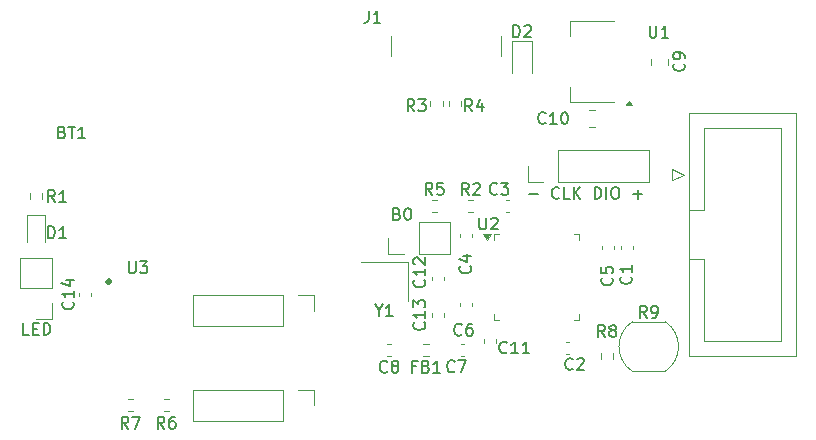
<source format=gbr>
%TF.GenerationSoftware,KiCad,Pcbnew,8.0.3*%
%TF.CreationDate,2024-07-12T13:43:30+12:00*%
%TF.ProjectId,microcontroller,6d696372-6f63-46f6-9e74-726f6c6c6572,0.1.5*%
%TF.SameCoordinates,Original*%
%TF.FileFunction,Legend,Top*%
%TF.FilePolarity,Positive*%
%FSLAX46Y46*%
G04 Gerber Fmt 4.6, Leading zero omitted, Abs format (unit mm)*
G04 Created by KiCad (PCBNEW 8.0.3) date 2024-07-12 13:43:30*
%MOMM*%
%LPD*%
G01*
G04 APERTURE LIST*
%ADD10C,0.153000*%
%ADD11C,0.120000*%
%ADD12C,0.300000*%
G04 APERTURE END LIST*
D10*
X119305942Y-93976663D02*
X118829752Y-93976663D01*
X118829752Y-93976663D02*
X118829752Y-92976663D01*
X119639276Y-93452853D02*
X119972609Y-93452853D01*
X120115466Y-93976663D02*
X119639276Y-93976663D01*
X119639276Y-93976663D02*
X119639276Y-92976663D01*
X119639276Y-92976663D02*
X120115466Y-92976663D01*
X120544038Y-93976663D02*
X120544038Y-92976663D01*
X120544038Y-92976663D02*
X120782133Y-92976663D01*
X120782133Y-92976663D02*
X120924990Y-93024282D01*
X120924990Y-93024282D02*
X121020228Y-93119520D01*
X121020228Y-93119520D02*
X121067847Y-93214758D01*
X121067847Y-93214758D02*
X121115466Y-93405234D01*
X121115466Y-93405234D02*
X121115466Y-93548091D01*
X121115466Y-93548091D02*
X121067847Y-93738567D01*
X121067847Y-93738567D02*
X121020228Y-93833805D01*
X121020228Y-93833805D02*
X120924990Y-93929044D01*
X120924990Y-93929044D02*
X120782133Y-93976663D01*
X120782133Y-93976663D02*
X120544038Y-93976663D01*
X161618752Y-82088710D02*
X162380657Y-82088710D01*
X164190180Y-82374424D02*
X164142561Y-82422044D01*
X164142561Y-82422044D02*
X163999704Y-82469663D01*
X163999704Y-82469663D02*
X163904466Y-82469663D01*
X163904466Y-82469663D02*
X163761609Y-82422044D01*
X163761609Y-82422044D02*
X163666371Y-82326805D01*
X163666371Y-82326805D02*
X163618752Y-82231567D01*
X163618752Y-82231567D02*
X163571133Y-82041091D01*
X163571133Y-82041091D02*
X163571133Y-81898234D01*
X163571133Y-81898234D02*
X163618752Y-81707758D01*
X163618752Y-81707758D02*
X163666371Y-81612520D01*
X163666371Y-81612520D02*
X163761609Y-81517282D01*
X163761609Y-81517282D02*
X163904466Y-81469663D01*
X163904466Y-81469663D02*
X163999704Y-81469663D01*
X163999704Y-81469663D02*
X164142561Y-81517282D01*
X164142561Y-81517282D02*
X164190180Y-81564901D01*
X165094942Y-82469663D02*
X164618752Y-82469663D01*
X164618752Y-82469663D02*
X164618752Y-81469663D01*
X165428276Y-82469663D02*
X165428276Y-81469663D01*
X165999704Y-82469663D02*
X165571133Y-81898234D01*
X165999704Y-81469663D02*
X165428276Y-82041091D01*
X167190181Y-82469663D02*
X167190181Y-81469663D01*
X167190181Y-81469663D02*
X167428276Y-81469663D01*
X167428276Y-81469663D02*
X167571133Y-81517282D01*
X167571133Y-81517282D02*
X167666371Y-81612520D01*
X167666371Y-81612520D02*
X167713990Y-81707758D01*
X167713990Y-81707758D02*
X167761609Y-81898234D01*
X167761609Y-81898234D02*
X167761609Y-82041091D01*
X167761609Y-82041091D02*
X167713990Y-82231567D01*
X167713990Y-82231567D02*
X167666371Y-82326805D01*
X167666371Y-82326805D02*
X167571133Y-82422044D01*
X167571133Y-82422044D02*
X167428276Y-82469663D01*
X167428276Y-82469663D02*
X167190181Y-82469663D01*
X168190181Y-82469663D02*
X168190181Y-81469663D01*
X168856847Y-81469663D02*
X169047323Y-81469663D01*
X169047323Y-81469663D02*
X169142561Y-81517282D01*
X169142561Y-81517282D02*
X169237799Y-81612520D01*
X169237799Y-81612520D02*
X169285418Y-81802996D01*
X169285418Y-81802996D02*
X169285418Y-82136329D01*
X169285418Y-82136329D02*
X169237799Y-82326805D01*
X169237799Y-82326805D02*
X169142561Y-82422044D01*
X169142561Y-82422044D02*
X169047323Y-82469663D01*
X169047323Y-82469663D02*
X168856847Y-82469663D01*
X168856847Y-82469663D02*
X168761609Y-82422044D01*
X168761609Y-82422044D02*
X168666371Y-82326805D01*
X168666371Y-82326805D02*
X168618752Y-82136329D01*
X168618752Y-82136329D02*
X168618752Y-81802996D01*
X168618752Y-81802996D02*
X168666371Y-81612520D01*
X168666371Y-81612520D02*
X168761609Y-81517282D01*
X168761609Y-81517282D02*
X168856847Y-81469663D01*
X170475895Y-82088710D02*
X171237800Y-82088710D01*
X170856847Y-82469663D02*
X170856847Y-81707758D01*
X150472085Y-83745853D02*
X150614942Y-83793472D01*
X150614942Y-83793472D02*
X150662561Y-83841091D01*
X150662561Y-83841091D02*
X150710180Y-83936329D01*
X150710180Y-83936329D02*
X150710180Y-84079186D01*
X150710180Y-84079186D02*
X150662561Y-84174424D01*
X150662561Y-84174424D02*
X150614942Y-84222044D01*
X150614942Y-84222044D02*
X150519704Y-84269663D01*
X150519704Y-84269663D02*
X150138752Y-84269663D01*
X150138752Y-84269663D02*
X150138752Y-83269663D01*
X150138752Y-83269663D02*
X150472085Y-83269663D01*
X150472085Y-83269663D02*
X150567323Y-83317282D01*
X150567323Y-83317282D02*
X150614942Y-83364901D01*
X150614942Y-83364901D02*
X150662561Y-83460139D01*
X150662561Y-83460139D02*
X150662561Y-83555377D01*
X150662561Y-83555377D02*
X150614942Y-83650615D01*
X150614942Y-83650615D02*
X150567323Y-83698234D01*
X150567323Y-83698234D02*
X150472085Y-83745853D01*
X150472085Y-83745853D02*
X150138752Y-83745853D01*
X151329228Y-83269663D02*
X151424466Y-83269663D01*
X151424466Y-83269663D02*
X151519704Y-83317282D01*
X151519704Y-83317282D02*
X151567323Y-83364901D01*
X151567323Y-83364901D02*
X151614942Y-83460139D01*
X151614942Y-83460139D02*
X151662561Y-83650615D01*
X151662561Y-83650615D02*
X151662561Y-83888710D01*
X151662561Y-83888710D02*
X151614942Y-84079186D01*
X151614942Y-84079186D02*
X151567323Y-84174424D01*
X151567323Y-84174424D02*
X151519704Y-84222044D01*
X151519704Y-84222044D02*
X151424466Y-84269663D01*
X151424466Y-84269663D02*
X151329228Y-84269663D01*
X151329228Y-84269663D02*
X151233990Y-84222044D01*
X151233990Y-84222044D02*
X151186371Y-84174424D01*
X151186371Y-84174424D02*
X151138752Y-84079186D01*
X151138752Y-84079186D02*
X151091133Y-83888710D01*
X151091133Y-83888710D02*
X151091133Y-83650615D01*
X151091133Y-83650615D02*
X151138752Y-83460139D01*
X151138752Y-83460139D02*
X151186371Y-83364901D01*
X151186371Y-83364901D02*
X151233990Y-83317282D01*
X151233990Y-83317282D02*
X151329228Y-83269663D01*
X174739424Y-71028666D02*
X174787044Y-71076285D01*
X174787044Y-71076285D02*
X174834663Y-71219142D01*
X174834663Y-71219142D02*
X174834663Y-71314380D01*
X174834663Y-71314380D02*
X174787044Y-71457237D01*
X174787044Y-71457237D02*
X174691805Y-71552475D01*
X174691805Y-71552475D02*
X174596567Y-71600094D01*
X174596567Y-71600094D02*
X174406091Y-71647713D01*
X174406091Y-71647713D02*
X174263234Y-71647713D01*
X174263234Y-71647713D02*
X174072758Y-71600094D01*
X174072758Y-71600094D02*
X173977520Y-71552475D01*
X173977520Y-71552475D02*
X173882282Y-71457237D01*
X173882282Y-71457237D02*
X173834663Y-71314380D01*
X173834663Y-71314380D02*
X173834663Y-71219142D01*
X173834663Y-71219142D02*
X173882282Y-71076285D01*
X173882282Y-71076285D02*
X173929901Y-71028666D01*
X174834663Y-70552475D02*
X174834663Y-70361999D01*
X174834663Y-70361999D02*
X174787044Y-70266761D01*
X174787044Y-70266761D02*
X174739424Y-70219142D01*
X174739424Y-70219142D02*
X174596567Y-70123904D01*
X174596567Y-70123904D02*
X174406091Y-70076285D01*
X174406091Y-70076285D02*
X174025139Y-70076285D01*
X174025139Y-70076285D02*
X173929901Y-70123904D01*
X173929901Y-70123904D02*
X173882282Y-70171523D01*
X173882282Y-70171523D02*
X173834663Y-70266761D01*
X173834663Y-70266761D02*
X173834663Y-70457237D01*
X173834663Y-70457237D02*
X173882282Y-70552475D01*
X173882282Y-70552475D02*
X173929901Y-70600094D01*
X173929901Y-70600094D02*
X174025139Y-70647713D01*
X174025139Y-70647713D02*
X174263234Y-70647713D01*
X174263234Y-70647713D02*
X174358472Y-70600094D01*
X174358472Y-70600094D02*
X174406091Y-70552475D01*
X174406091Y-70552475D02*
X174453710Y-70457237D01*
X174453710Y-70457237D02*
X174453710Y-70266761D01*
X174453710Y-70266761D02*
X174406091Y-70171523D01*
X174406091Y-70171523D02*
X174358472Y-70123904D01*
X174358472Y-70123904D02*
X174263234Y-70076285D01*
X127762095Y-87770463D02*
X127762095Y-88579986D01*
X127762095Y-88579986D02*
X127809714Y-88675224D01*
X127809714Y-88675224D02*
X127857333Y-88722844D01*
X127857333Y-88722844D02*
X127952571Y-88770463D01*
X127952571Y-88770463D02*
X128143047Y-88770463D01*
X128143047Y-88770463D02*
X128238285Y-88722844D01*
X128238285Y-88722844D02*
X128285904Y-88675224D01*
X128285904Y-88675224D02*
X128333523Y-88579986D01*
X128333523Y-88579986D02*
X128333523Y-87770463D01*
X128714476Y-87770463D02*
X129333523Y-87770463D01*
X129333523Y-87770463D02*
X129000190Y-88151415D01*
X129000190Y-88151415D02*
X129143047Y-88151415D01*
X129143047Y-88151415D02*
X129238285Y-88199034D01*
X129238285Y-88199034D02*
X129285904Y-88246653D01*
X129285904Y-88246653D02*
X129333523Y-88341891D01*
X129333523Y-88341891D02*
X129333523Y-88579986D01*
X129333523Y-88579986D02*
X129285904Y-88675224D01*
X129285904Y-88675224D02*
X129238285Y-88722844D01*
X129238285Y-88722844D02*
X129143047Y-88770463D01*
X129143047Y-88770463D02*
X128857333Y-88770463D01*
X128857333Y-88770463D02*
X128762095Y-88722844D01*
X128762095Y-88722844D02*
X128714476Y-88675224D01*
X148066666Y-66554663D02*
X148066666Y-67268948D01*
X148066666Y-67268948D02*
X148019047Y-67411805D01*
X148019047Y-67411805D02*
X147923809Y-67507044D01*
X147923809Y-67507044D02*
X147780952Y-67554663D01*
X147780952Y-67554663D02*
X147685714Y-67554663D01*
X149066666Y-67554663D02*
X148495238Y-67554663D01*
X148780952Y-67554663D02*
X148780952Y-66554663D01*
X148780952Y-66554663D02*
X148685714Y-66697520D01*
X148685714Y-66697520D02*
X148590476Y-66792758D01*
X148590476Y-66792758D02*
X148495238Y-66840377D01*
X152759424Y-89342857D02*
X152807044Y-89390476D01*
X152807044Y-89390476D02*
X152854663Y-89533333D01*
X152854663Y-89533333D02*
X152854663Y-89628571D01*
X152854663Y-89628571D02*
X152807044Y-89771428D01*
X152807044Y-89771428D02*
X152711805Y-89866666D01*
X152711805Y-89866666D02*
X152616567Y-89914285D01*
X152616567Y-89914285D02*
X152426091Y-89961904D01*
X152426091Y-89961904D02*
X152283234Y-89961904D01*
X152283234Y-89961904D02*
X152092758Y-89914285D01*
X152092758Y-89914285D02*
X151997520Y-89866666D01*
X151997520Y-89866666D02*
X151902282Y-89771428D01*
X151902282Y-89771428D02*
X151854663Y-89628571D01*
X151854663Y-89628571D02*
X151854663Y-89533333D01*
X151854663Y-89533333D02*
X151902282Y-89390476D01*
X151902282Y-89390476D02*
X151949901Y-89342857D01*
X152854663Y-88390476D02*
X152854663Y-88961904D01*
X152854663Y-88676190D02*
X151854663Y-88676190D01*
X151854663Y-88676190D02*
X151997520Y-88771428D01*
X151997520Y-88771428D02*
X152092758Y-88866666D01*
X152092758Y-88866666D02*
X152140377Y-88961904D01*
X151949901Y-88009523D02*
X151902282Y-87961904D01*
X151902282Y-87961904D02*
X151854663Y-87866666D01*
X151854663Y-87866666D02*
X151854663Y-87628571D01*
X151854663Y-87628571D02*
X151902282Y-87533333D01*
X151902282Y-87533333D02*
X151949901Y-87485714D01*
X151949901Y-87485714D02*
X152045139Y-87438095D01*
X152045139Y-87438095D02*
X152140377Y-87438095D01*
X152140377Y-87438095D02*
X152283234Y-87485714D01*
X152283234Y-87485714D02*
X152854663Y-88057142D01*
X152854663Y-88057142D02*
X152854663Y-87438095D01*
X156533333Y-82154663D02*
X156200000Y-81678472D01*
X155961905Y-82154663D02*
X155961905Y-81154663D01*
X155961905Y-81154663D02*
X156342857Y-81154663D01*
X156342857Y-81154663D02*
X156438095Y-81202282D01*
X156438095Y-81202282D02*
X156485714Y-81249901D01*
X156485714Y-81249901D02*
X156533333Y-81345139D01*
X156533333Y-81345139D02*
X156533333Y-81487996D01*
X156533333Y-81487996D02*
X156485714Y-81583234D01*
X156485714Y-81583234D02*
X156438095Y-81630853D01*
X156438095Y-81630853D02*
X156342857Y-81678472D01*
X156342857Y-81678472D02*
X155961905Y-81678472D01*
X156914286Y-81249901D02*
X156961905Y-81202282D01*
X156961905Y-81202282D02*
X157057143Y-81154663D01*
X157057143Y-81154663D02*
X157295238Y-81154663D01*
X157295238Y-81154663D02*
X157390476Y-81202282D01*
X157390476Y-81202282D02*
X157438095Y-81249901D01*
X157438095Y-81249901D02*
X157485714Y-81345139D01*
X157485714Y-81345139D02*
X157485714Y-81440377D01*
X157485714Y-81440377D02*
X157438095Y-81583234D01*
X157438095Y-81583234D02*
X156866667Y-82154663D01*
X156866667Y-82154663D02*
X157485714Y-82154663D01*
X160297905Y-68780663D02*
X160297905Y-67780663D01*
X160297905Y-67780663D02*
X160536000Y-67780663D01*
X160536000Y-67780663D02*
X160678857Y-67828282D01*
X160678857Y-67828282D02*
X160774095Y-67923520D01*
X160774095Y-67923520D02*
X160821714Y-68018758D01*
X160821714Y-68018758D02*
X160869333Y-68209234D01*
X160869333Y-68209234D02*
X160869333Y-68352091D01*
X160869333Y-68352091D02*
X160821714Y-68542567D01*
X160821714Y-68542567D02*
X160774095Y-68637805D01*
X160774095Y-68637805D02*
X160678857Y-68733044D01*
X160678857Y-68733044D02*
X160536000Y-68780663D01*
X160536000Y-68780663D02*
X160297905Y-68780663D01*
X161250286Y-67875901D02*
X161297905Y-67828282D01*
X161297905Y-67828282D02*
X161393143Y-67780663D01*
X161393143Y-67780663D02*
X161631238Y-67780663D01*
X161631238Y-67780663D02*
X161726476Y-67828282D01*
X161726476Y-67828282D02*
X161774095Y-67875901D01*
X161774095Y-67875901D02*
X161821714Y-67971139D01*
X161821714Y-67971139D02*
X161821714Y-68066377D01*
X161821714Y-68066377D02*
X161774095Y-68209234D01*
X161774095Y-68209234D02*
X161202667Y-68780663D01*
X161202667Y-68780663D02*
X161821714Y-68780663D01*
X120927905Y-85798663D02*
X120927905Y-84798663D01*
X120927905Y-84798663D02*
X121166000Y-84798663D01*
X121166000Y-84798663D02*
X121308857Y-84846282D01*
X121308857Y-84846282D02*
X121404095Y-84941520D01*
X121404095Y-84941520D02*
X121451714Y-85036758D01*
X121451714Y-85036758D02*
X121499333Y-85227234D01*
X121499333Y-85227234D02*
X121499333Y-85370091D01*
X121499333Y-85370091D02*
X121451714Y-85560567D01*
X121451714Y-85560567D02*
X121404095Y-85655805D01*
X121404095Y-85655805D02*
X121308857Y-85751044D01*
X121308857Y-85751044D02*
X121166000Y-85798663D01*
X121166000Y-85798663D02*
X120927905Y-85798663D01*
X122451714Y-85798663D02*
X121880286Y-85798663D01*
X122166000Y-85798663D02*
X122166000Y-84798663D01*
X122166000Y-84798663D02*
X122070762Y-84941520D01*
X122070762Y-84941520D02*
X121975524Y-85036758D01*
X121975524Y-85036758D02*
X121880286Y-85084377D01*
X163040142Y-76047424D02*
X162992523Y-76095044D01*
X162992523Y-76095044D02*
X162849666Y-76142663D01*
X162849666Y-76142663D02*
X162754428Y-76142663D01*
X162754428Y-76142663D02*
X162611571Y-76095044D01*
X162611571Y-76095044D02*
X162516333Y-75999805D01*
X162516333Y-75999805D02*
X162468714Y-75904567D01*
X162468714Y-75904567D02*
X162421095Y-75714091D01*
X162421095Y-75714091D02*
X162421095Y-75571234D01*
X162421095Y-75571234D02*
X162468714Y-75380758D01*
X162468714Y-75380758D02*
X162516333Y-75285520D01*
X162516333Y-75285520D02*
X162611571Y-75190282D01*
X162611571Y-75190282D02*
X162754428Y-75142663D01*
X162754428Y-75142663D02*
X162849666Y-75142663D01*
X162849666Y-75142663D02*
X162992523Y-75190282D01*
X162992523Y-75190282D02*
X163040142Y-75237901D01*
X163992523Y-76142663D02*
X163421095Y-76142663D01*
X163706809Y-76142663D02*
X163706809Y-75142663D01*
X163706809Y-75142663D02*
X163611571Y-75285520D01*
X163611571Y-75285520D02*
X163516333Y-75380758D01*
X163516333Y-75380758D02*
X163421095Y-75428377D01*
X164611571Y-75142663D02*
X164706809Y-75142663D01*
X164706809Y-75142663D02*
X164802047Y-75190282D01*
X164802047Y-75190282D02*
X164849666Y-75237901D01*
X164849666Y-75237901D02*
X164897285Y-75333139D01*
X164897285Y-75333139D02*
X164944904Y-75523615D01*
X164944904Y-75523615D02*
X164944904Y-75761710D01*
X164944904Y-75761710D02*
X164897285Y-75952186D01*
X164897285Y-75952186D02*
X164849666Y-76047424D01*
X164849666Y-76047424D02*
X164802047Y-76095044D01*
X164802047Y-76095044D02*
X164706809Y-76142663D01*
X164706809Y-76142663D02*
X164611571Y-76142663D01*
X164611571Y-76142663D02*
X164516333Y-76095044D01*
X164516333Y-76095044D02*
X164468714Y-76047424D01*
X164468714Y-76047424D02*
X164421095Y-75952186D01*
X164421095Y-75952186D02*
X164373476Y-75761710D01*
X164373476Y-75761710D02*
X164373476Y-75523615D01*
X164373476Y-75523615D02*
X164421095Y-75333139D01*
X164421095Y-75333139D02*
X164468714Y-75237901D01*
X164468714Y-75237901D02*
X164516333Y-75190282D01*
X164516333Y-75190282D02*
X164611571Y-75142663D01*
X130770333Y-101927663D02*
X130437000Y-101451472D01*
X130198905Y-101927663D02*
X130198905Y-100927663D01*
X130198905Y-100927663D02*
X130579857Y-100927663D01*
X130579857Y-100927663D02*
X130675095Y-100975282D01*
X130675095Y-100975282D02*
X130722714Y-101022901D01*
X130722714Y-101022901D02*
X130770333Y-101118139D01*
X130770333Y-101118139D02*
X130770333Y-101260996D01*
X130770333Y-101260996D02*
X130722714Y-101356234D01*
X130722714Y-101356234D02*
X130675095Y-101403853D01*
X130675095Y-101403853D02*
X130579857Y-101451472D01*
X130579857Y-101451472D02*
X130198905Y-101451472D01*
X131627476Y-100927663D02*
X131437000Y-100927663D01*
X131437000Y-100927663D02*
X131341762Y-100975282D01*
X131341762Y-100975282D02*
X131294143Y-101022901D01*
X131294143Y-101022901D02*
X131198905Y-101165758D01*
X131198905Y-101165758D02*
X131151286Y-101356234D01*
X131151286Y-101356234D02*
X131151286Y-101737186D01*
X131151286Y-101737186D02*
X131198905Y-101832424D01*
X131198905Y-101832424D02*
X131246524Y-101880044D01*
X131246524Y-101880044D02*
X131341762Y-101927663D01*
X131341762Y-101927663D02*
X131532238Y-101927663D01*
X131532238Y-101927663D02*
X131627476Y-101880044D01*
X131627476Y-101880044D02*
X131675095Y-101832424D01*
X131675095Y-101832424D02*
X131722714Y-101737186D01*
X131722714Y-101737186D02*
X131722714Y-101499091D01*
X131722714Y-101499091D02*
X131675095Y-101403853D01*
X131675095Y-101403853D02*
X131627476Y-101356234D01*
X131627476Y-101356234D02*
X131532238Y-101308615D01*
X131532238Y-101308615D02*
X131341762Y-101308615D01*
X131341762Y-101308615D02*
X131246524Y-101356234D01*
X131246524Y-101356234D02*
X131198905Y-101403853D01*
X131198905Y-101403853D02*
X131151286Y-101499091D01*
X168659424Y-89166666D02*
X168707044Y-89214285D01*
X168707044Y-89214285D02*
X168754663Y-89357142D01*
X168754663Y-89357142D02*
X168754663Y-89452380D01*
X168754663Y-89452380D02*
X168707044Y-89595237D01*
X168707044Y-89595237D02*
X168611805Y-89690475D01*
X168611805Y-89690475D02*
X168516567Y-89738094D01*
X168516567Y-89738094D02*
X168326091Y-89785713D01*
X168326091Y-89785713D02*
X168183234Y-89785713D01*
X168183234Y-89785713D02*
X167992758Y-89738094D01*
X167992758Y-89738094D02*
X167897520Y-89690475D01*
X167897520Y-89690475D02*
X167802282Y-89595237D01*
X167802282Y-89595237D02*
X167754663Y-89452380D01*
X167754663Y-89452380D02*
X167754663Y-89357142D01*
X167754663Y-89357142D02*
X167802282Y-89214285D01*
X167802282Y-89214285D02*
X167849901Y-89166666D01*
X167754663Y-88261904D02*
X167754663Y-88738094D01*
X167754663Y-88738094D02*
X168230853Y-88785713D01*
X168230853Y-88785713D02*
X168183234Y-88738094D01*
X168183234Y-88738094D02*
X168135615Y-88642856D01*
X168135615Y-88642856D02*
X168135615Y-88404761D01*
X168135615Y-88404761D02*
X168183234Y-88309523D01*
X168183234Y-88309523D02*
X168230853Y-88261904D01*
X168230853Y-88261904D02*
X168326091Y-88214285D01*
X168326091Y-88214285D02*
X168564186Y-88214285D01*
X168564186Y-88214285D02*
X168659424Y-88261904D01*
X168659424Y-88261904D02*
X168707044Y-88309523D01*
X168707044Y-88309523D02*
X168754663Y-88404761D01*
X168754663Y-88404761D02*
X168754663Y-88642856D01*
X168754663Y-88642856D02*
X168707044Y-88738094D01*
X168707044Y-88738094D02*
X168659424Y-88785713D01*
X151933333Y-75054663D02*
X151600000Y-74578472D01*
X151361905Y-75054663D02*
X151361905Y-74054663D01*
X151361905Y-74054663D02*
X151742857Y-74054663D01*
X151742857Y-74054663D02*
X151838095Y-74102282D01*
X151838095Y-74102282D02*
X151885714Y-74149901D01*
X151885714Y-74149901D02*
X151933333Y-74245139D01*
X151933333Y-74245139D02*
X151933333Y-74387996D01*
X151933333Y-74387996D02*
X151885714Y-74483234D01*
X151885714Y-74483234D02*
X151838095Y-74530853D01*
X151838095Y-74530853D02*
X151742857Y-74578472D01*
X151742857Y-74578472D02*
X151361905Y-74578472D01*
X152266667Y-74054663D02*
X152885714Y-74054663D01*
X152885714Y-74054663D02*
X152552381Y-74435615D01*
X152552381Y-74435615D02*
X152695238Y-74435615D01*
X152695238Y-74435615D02*
X152790476Y-74483234D01*
X152790476Y-74483234D02*
X152838095Y-74530853D01*
X152838095Y-74530853D02*
X152885714Y-74626091D01*
X152885714Y-74626091D02*
X152885714Y-74864186D01*
X152885714Y-74864186D02*
X152838095Y-74959424D01*
X152838095Y-74959424D02*
X152790476Y-75007044D01*
X152790476Y-75007044D02*
X152695238Y-75054663D01*
X152695238Y-75054663D02*
X152409524Y-75054663D01*
X152409524Y-75054663D02*
X152314286Y-75007044D01*
X152314286Y-75007044D02*
X152266667Y-74959424D01*
X122114285Y-76830853D02*
X122257142Y-76878472D01*
X122257142Y-76878472D02*
X122304761Y-76926091D01*
X122304761Y-76926091D02*
X122352380Y-77021329D01*
X122352380Y-77021329D02*
X122352380Y-77164186D01*
X122352380Y-77164186D02*
X122304761Y-77259424D01*
X122304761Y-77259424D02*
X122257142Y-77307044D01*
X122257142Y-77307044D02*
X122161904Y-77354663D01*
X122161904Y-77354663D02*
X121780952Y-77354663D01*
X121780952Y-77354663D02*
X121780952Y-76354663D01*
X121780952Y-76354663D02*
X122114285Y-76354663D01*
X122114285Y-76354663D02*
X122209523Y-76402282D01*
X122209523Y-76402282D02*
X122257142Y-76449901D01*
X122257142Y-76449901D02*
X122304761Y-76545139D01*
X122304761Y-76545139D02*
X122304761Y-76640377D01*
X122304761Y-76640377D02*
X122257142Y-76735615D01*
X122257142Y-76735615D02*
X122209523Y-76783234D01*
X122209523Y-76783234D02*
X122114285Y-76830853D01*
X122114285Y-76830853D02*
X121780952Y-76830853D01*
X122638095Y-76354663D02*
X123209523Y-76354663D01*
X122923809Y-77354663D02*
X122923809Y-76354663D01*
X124066666Y-77354663D02*
X123495238Y-77354663D01*
X123780952Y-77354663D02*
X123780952Y-76354663D01*
X123780952Y-76354663D02*
X123685714Y-76497520D01*
X123685714Y-76497520D02*
X123590476Y-76592758D01*
X123590476Y-76592758D02*
X123495238Y-76640377D01*
X155933333Y-93959424D02*
X155885714Y-94007044D01*
X155885714Y-94007044D02*
X155742857Y-94054663D01*
X155742857Y-94054663D02*
X155647619Y-94054663D01*
X155647619Y-94054663D02*
X155504762Y-94007044D01*
X155504762Y-94007044D02*
X155409524Y-93911805D01*
X155409524Y-93911805D02*
X155361905Y-93816567D01*
X155361905Y-93816567D02*
X155314286Y-93626091D01*
X155314286Y-93626091D02*
X155314286Y-93483234D01*
X155314286Y-93483234D02*
X155361905Y-93292758D01*
X155361905Y-93292758D02*
X155409524Y-93197520D01*
X155409524Y-93197520D02*
X155504762Y-93102282D01*
X155504762Y-93102282D02*
X155647619Y-93054663D01*
X155647619Y-93054663D02*
X155742857Y-93054663D01*
X155742857Y-93054663D02*
X155885714Y-93102282D01*
X155885714Y-93102282D02*
X155933333Y-93149901D01*
X156790476Y-93054663D02*
X156600000Y-93054663D01*
X156600000Y-93054663D02*
X156504762Y-93102282D01*
X156504762Y-93102282D02*
X156457143Y-93149901D01*
X156457143Y-93149901D02*
X156361905Y-93292758D01*
X156361905Y-93292758D02*
X156314286Y-93483234D01*
X156314286Y-93483234D02*
X156314286Y-93864186D01*
X156314286Y-93864186D02*
X156361905Y-93959424D01*
X156361905Y-93959424D02*
X156409524Y-94007044D01*
X156409524Y-94007044D02*
X156504762Y-94054663D01*
X156504762Y-94054663D02*
X156695238Y-94054663D01*
X156695238Y-94054663D02*
X156790476Y-94007044D01*
X156790476Y-94007044D02*
X156838095Y-93959424D01*
X156838095Y-93959424D02*
X156885714Y-93864186D01*
X156885714Y-93864186D02*
X156885714Y-93626091D01*
X156885714Y-93626091D02*
X156838095Y-93530853D01*
X156838095Y-93530853D02*
X156790476Y-93483234D01*
X156790476Y-93483234D02*
X156695238Y-93435615D01*
X156695238Y-93435615D02*
X156504762Y-93435615D01*
X156504762Y-93435615D02*
X156409524Y-93483234D01*
X156409524Y-93483234D02*
X156361905Y-93530853D01*
X156361905Y-93530853D02*
X156314286Y-93626091D01*
X170259424Y-89066666D02*
X170307044Y-89114285D01*
X170307044Y-89114285D02*
X170354663Y-89257142D01*
X170354663Y-89257142D02*
X170354663Y-89352380D01*
X170354663Y-89352380D02*
X170307044Y-89495237D01*
X170307044Y-89495237D02*
X170211805Y-89590475D01*
X170211805Y-89590475D02*
X170116567Y-89638094D01*
X170116567Y-89638094D02*
X169926091Y-89685713D01*
X169926091Y-89685713D02*
X169783234Y-89685713D01*
X169783234Y-89685713D02*
X169592758Y-89638094D01*
X169592758Y-89638094D02*
X169497520Y-89590475D01*
X169497520Y-89590475D02*
X169402282Y-89495237D01*
X169402282Y-89495237D02*
X169354663Y-89352380D01*
X169354663Y-89352380D02*
X169354663Y-89257142D01*
X169354663Y-89257142D02*
X169402282Y-89114285D01*
X169402282Y-89114285D02*
X169449901Y-89066666D01*
X170354663Y-88114285D02*
X170354663Y-88685713D01*
X170354663Y-88399999D02*
X169354663Y-88399999D01*
X169354663Y-88399999D02*
X169497520Y-88495237D01*
X169497520Y-88495237D02*
X169592758Y-88590475D01*
X169592758Y-88590475D02*
X169640377Y-88685713D01*
X123008424Y-91193857D02*
X123056044Y-91241476D01*
X123056044Y-91241476D02*
X123103663Y-91384333D01*
X123103663Y-91384333D02*
X123103663Y-91479571D01*
X123103663Y-91479571D02*
X123056044Y-91622428D01*
X123056044Y-91622428D02*
X122960805Y-91717666D01*
X122960805Y-91717666D02*
X122865567Y-91765285D01*
X122865567Y-91765285D02*
X122675091Y-91812904D01*
X122675091Y-91812904D02*
X122532234Y-91812904D01*
X122532234Y-91812904D02*
X122341758Y-91765285D01*
X122341758Y-91765285D02*
X122246520Y-91717666D01*
X122246520Y-91717666D02*
X122151282Y-91622428D01*
X122151282Y-91622428D02*
X122103663Y-91479571D01*
X122103663Y-91479571D02*
X122103663Y-91384333D01*
X122103663Y-91384333D02*
X122151282Y-91241476D01*
X122151282Y-91241476D02*
X122198901Y-91193857D01*
X123103663Y-90241476D02*
X123103663Y-90812904D01*
X123103663Y-90527190D02*
X122103663Y-90527190D01*
X122103663Y-90527190D02*
X122246520Y-90622428D01*
X122246520Y-90622428D02*
X122341758Y-90717666D01*
X122341758Y-90717666D02*
X122389377Y-90812904D01*
X122436996Y-89384333D02*
X123103663Y-89384333D01*
X122056044Y-89622428D02*
X122770329Y-89860523D01*
X122770329Y-89860523D02*
X122770329Y-89241476D01*
X152066666Y-96660853D02*
X151733333Y-96660853D01*
X151733333Y-97184663D02*
X151733333Y-96184663D01*
X151733333Y-96184663D02*
X152209523Y-96184663D01*
X152923809Y-96660853D02*
X153066666Y-96708472D01*
X153066666Y-96708472D02*
X153114285Y-96756091D01*
X153114285Y-96756091D02*
X153161904Y-96851329D01*
X153161904Y-96851329D02*
X153161904Y-96994186D01*
X153161904Y-96994186D02*
X153114285Y-97089424D01*
X153114285Y-97089424D02*
X153066666Y-97137044D01*
X153066666Y-97137044D02*
X152971428Y-97184663D01*
X152971428Y-97184663D02*
X152590476Y-97184663D01*
X152590476Y-97184663D02*
X152590476Y-96184663D01*
X152590476Y-96184663D02*
X152923809Y-96184663D01*
X152923809Y-96184663D02*
X153019047Y-96232282D01*
X153019047Y-96232282D02*
X153066666Y-96279901D01*
X153066666Y-96279901D02*
X153114285Y-96375139D01*
X153114285Y-96375139D02*
X153114285Y-96470377D01*
X153114285Y-96470377D02*
X153066666Y-96565615D01*
X153066666Y-96565615D02*
X153019047Y-96613234D01*
X153019047Y-96613234D02*
X152923809Y-96660853D01*
X152923809Y-96660853D02*
X152590476Y-96660853D01*
X154114285Y-97184663D02*
X153542857Y-97184663D01*
X153828571Y-97184663D02*
X153828571Y-96184663D01*
X153828571Y-96184663D02*
X153733333Y-96327520D01*
X153733333Y-96327520D02*
X153638095Y-96422758D01*
X153638095Y-96422758D02*
X153542857Y-96470377D01*
X156659424Y-88166666D02*
X156707044Y-88214285D01*
X156707044Y-88214285D02*
X156754663Y-88357142D01*
X156754663Y-88357142D02*
X156754663Y-88452380D01*
X156754663Y-88452380D02*
X156707044Y-88595237D01*
X156707044Y-88595237D02*
X156611805Y-88690475D01*
X156611805Y-88690475D02*
X156516567Y-88738094D01*
X156516567Y-88738094D02*
X156326091Y-88785713D01*
X156326091Y-88785713D02*
X156183234Y-88785713D01*
X156183234Y-88785713D02*
X155992758Y-88738094D01*
X155992758Y-88738094D02*
X155897520Y-88690475D01*
X155897520Y-88690475D02*
X155802282Y-88595237D01*
X155802282Y-88595237D02*
X155754663Y-88452380D01*
X155754663Y-88452380D02*
X155754663Y-88357142D01*
X155754663Y-88357142D02*
X155802282Y-88214285D01*
X155802282Y-88214285D02*
X155849901Y-88166666D01*
X156087996Y-87309523D02*
X156754663Y-87309523D01*
X155707044Y-87547618D02*
X156421329Y-87785713D01*
X156421329Y-87785713D02*
X156421329Y-87166666D01*
X155333333Y-97059424D02*
X155285714Y-97107044D01*
X155285714Y-97107044D02*
X155142857Y-97154663D01*
X155142857Y-97154663D02*
X155047619Y-97154663D01*
X155047619Y-97154663D02*
X154904762Y-97107044D01*
X154904762Y-97107044D02*
X154809524Y-97011805D01*
X154809524Y-97011805D02*
X154761905Y-96916567D01*
X154761905Y-96916567D02*
X154714286Y-96726091D01*
X154714286Y-96726091D02*
X154714286Y-96583234D01*
X154714286Y-96583234D02*
X154761905Y-96392758D01*
X154761905Y-96392758D02*
X154809524Y-96297520D01*
X154809524Y-96297520D02*
X154904762Y-96202282D01*
X154904762Y-96202282D02*
X155047619Y-96154663D01*
X155047619Y-96154663D02*
X155142857Y-96154663D01*
X155142857Y-96154663D02*
X155285714Y-96202282D01*
X155285714Y-96202282D02*
X155333333Y-96249901D01*
X155666667Y-96154663D02*
X156333333Y-96154663D01*
X156333333Y-96154663D02*
X155904762Y-97154663D01*
X171613333Y-92529663D02*
X171280000Y-92053472D01*
X171041905Y-92529663D02*
X171041905Y-91529663D01*
X171041905Y-91529663D02*
X171422857Y-91529663D01*
X171422857Y-91529663D02*
X171518095Y-91577282D01*
X171518095Y-91577282D02*
X171565714Y-91624901D01*
X171565714Y-91624901D02*
X171613333Y-91720139D01*
X171613333Y-91720139D02*
X171613333Y-91862996D01*
X171613333Y-91862996D02*
X171565714Y-91958234D01*
X171565714Y-91958234D02*
X171518095Y-92005853D01*
X171518095Y-92005853D02*
X171422857Y-92053472D01*
X171422857Y-92053472D02*
X171041905Y-92053472D01*
X172089524Y-92529663D02*
X172280000Y-92529663D01*
X172280000Y-92529663D02*
X172375238Y-92482044D01*
X172375238Y-92482044D02*
X172422857Y-92434424D01*
X172422857Y-92434424D02*
X172518095Y-92291567D01*
X172518095Y-92291567D02*
X172565714Y-92101091D01*
X172565714Y-92101091D02*
X172565714Y-91720139D01*
X172565714Y-91720139D02*
X172518095Y-91624901D01*
X172518095Y-91624901D02*
X172470476Y-91577282D01*
X172470476Y-91577282D02*
X172375238Y-91529663D01*
X172375238Y-91529663D02*
X172184762Y-91529663D01*
X172184762Y-91529663D02*
X172089524Y-91577282D01*
X172089524Y-91577282D02*
X172041905Y-91624901D01*
X172041905Y-91624901D02*
X171994286Y-91720139D01*
X171994286Y-91720139D02*
X171994286Y-91958234D01*
X171994286Y-91958234D02*
X172041905Y-92053472D01*
X172041905Y-92053472D02*
X172089524Y-92101091D01*
X172089524Y-92101091D02*
X172184762Y-92148710D01*
X172184762Y-92148710D02*
X172375238Y-92148710D01*
X172375238Y-92148710D02*
X172470476Y-92101091D01*
X172470476Y-92101091D02*
X172518095Y-92053472D01*
X172518095Y-92053472D02*
X172565714Y-91958234D01*
X127722333Y-101927663D02*
X127389000Y-101451472D01*
X127150905Y-101927663D02*
X127150905Y-100927663D01*
X127150905Y-100927663D02*
X127531857Y-100927663D01*
X127531857Y-100927663D02*
X127627095Y-100975282D01*
X127627095Y-100975282D02*
X127674714Y-101022901D01*
X127674714Y-101022901D02*
X127722333Y-101118139D01*
X127722333Y-101118139D02*
X127722333Y-101260996D01*
X127722333Y-101260996D02*
X127674714Y-101356234D01*
X127674714Y-101356234D02*
X127627095Y-101403853D01*
X127627095Y-101403853D02*
X127531857Y-101451472D01*
X127531857Y-101451472D02*
X127150905Y-101451472D01*
X128055667Y-100927663D02*
X128722333Y-100927663D01*
X128722333Y-100927663D02*
X128293762Y-101927663D01*
X171863095Y-67816663D02*
X171863095Y-68626186D01*
X171863095Y-68626186D02*
X171910714Y-68721424D01*
X171910714Y-68721424D02*
X171958333Y-68769044D01*
X171958333Y-68769044D02*
X172053571Y-68816663D01*
X172053571Y-68816663D02*
X172244047Y-68816663D01*
X172244047Y-68816663D02*
X172339285Y-68769044D01*
X172339285Y-68769044D02*
X172386904Y-68721424D01*
X172386904Y-68721424D02*
X172434523Y-68626186D01*
X172434523Y-68626186D02*
X172434523Y-67816663D01*
X173434523Y-68816663D02*
X172863095Y-68816663D01*
X173148809Y-68816663D02*
X173148809Y-67816663D01*
X173148809Y-67816663D02*
X173053571Y-67959520D01*
X173053571Y-67959520D02*
X172958333Y-68054758D01*
X172958333Y-68054758D02*
X172863095Y-68102377D01*
X165333333Y-96859424D02*
X165285714Y-96907044D01*
X165285714Y-96907044D02*
X165142857Y-96954663D01*
X165142857Y-96954663D02*
X165047619Y-96954663D01*
X165047619Y-96954663D02*
X164904762Y-96907044D01*
X164904762Y-96907044D02*
X164809524Y-96811805D01*
X164809524Y-96811805D02*
X164761905Y-96716567D01*
X164761905Y-96716567D02*
X164714286Y-96526091D01*
X164714286Y-96526091D02*
X164714286Y-96383234D01*
X164714286Y-96383234D02*
X164761905Y-96192758D01*
X164761905Y-96192758D02*
X164809524Y-96097520D01*
X164809524Y-96097520D02*
X164904762Y-96002282D01*
X164904762Y-96002282D02*
X165047619Y-95954663D01*
X165047619Y-95954663D02*
X165142857Y-95954663D01*
X165142857Y-95954663D02*
X165285714Y-96002282D01*
X165285714Y-96002282D02*
X165333333Y-96049901D01*
X165714286Y-96049901D02*
X165761905Y-96002282D01*
X165761905Y-96002282D02*
X165857143Y-95954663D01*
X165857143Y-95954663D02*
X166095238Y-95954663D01*
X166095238Y-95954663D02*
X166190476Y-96002282D01*
X166190476Y-96002282D02*
X166238095Y-96049901D01*
X166238095Y-96049901D02*
X166285714Y-96145139D01*
X166285714Y-96145139D02*
X166285714Y-96240377D01*
X166285714Y-96240377D02*
X166238095Y-96383234D01*
X166238095Y-96383234D02*
X165666667Y-96954663D01*
X165666667Y-96954663D02*
X166285714Y-96954663D01*
X153458333Y-82124663D02*
X153125000Y-81648472D01*
X152886905Y-82124663D02*
X152886905Y-81124663D01*
X152886905Y-81124663D02*
X153267857Y-81124663D01*
X153267857Y-81124663D02*
X153363095Y-81172282D01*
X153363095Y-81172282D02*
X153410714Y-81219901D01*
X153410714Y-81219901D02*
X153458333Y-81315139D01*
X153458333Y-81315139D02*
X153458333Y-81457996D01*
X153458333Y-81457996D02*
X153410714Y-81553234D01*
X153410714Y-81553234D02*
X153363095Y-81600853D01*
X153363095Y-81600853D02*
X153267857Y-81648472D01*
X153267857Y-81648472D02*
X152886905Y-81648472D01*
X154363095Y-81124663D02*
X153886905Y-81124663D01*
X153886905Y-81124663D02*
X153839286Y-81600853D01*
X153839286Y-81600853D02*
X153886905Y-81553234D01*
X153886905Y-81553234D02*
X153982143Y-81505615D01*
X153982143Y-81505615D02*
X154220238Y-81505615D01*
X154220238Y-81505615D02*
X154315476Y-81553234D01*
X154315476Y-81553234D02*
X154363095Y-81600853D01*
X154363095Y-81600853D02*
X154410714Y-81696091D01*
X154410714Y-81696091D02*
X154410714Y-81934186D01*
X154410714Y-81934186D02*
X154363095Y-82029424D01*
X154363095Y-82029424D02*
X154315476Y-82077044D01*
X154315476Y-82077044D02*
X154220238Y-82124663D01*
X154220238Y-82124663D02*
X153982143Y-82124663D01*
X153982143Y-82124663D02*
X153886905Y-82077044D01*
X153886905Y-82077044D02*
X153839286Y-82029424D01*
X158933333Y-82029424D02*
X158885714Y-82077044D01*
X158885714Y-82077044D02*
X158742857Y-82124663D01*
X158742857Y-82124663D02*
X158647619Y-82124663D01*
X158647619Y-82124663D02*
X158504762Y-82077044D01*
X158504762Y-82077044D02*
X158409524Y-81981805D01*
X158409524Y-81981805D02*
X158361905Y-81886567D01*
X158361905Y-81886567D02*
X158314286Y-81696091D01*
X158314286Y-81696091D02*
X158314286Y-81553234D01*
X158314286Y-81553234D02*
X158361905Y-81362758D01*
X158361905Y-81362758D02*
X158409524Y-81267520D01*
X158409524Y-81267520D02*
X158504762Y-81172282D01*
X158504762Y-81172282D02*
X158647619Y-81124663D01*
X158647619Y-81124663D02*
X158742857Y-81124663D01*
X158742857Y-81124663D02*
X158885714Y-81172282D01*
X158885714Y-81172282D02*
X158933333Y-81219901D01*
X159266667Y-81124663D02*
X159885714Y-81124663D01*
X159885714Y-81124663D02*
X159552381Y-81505615D01*
X159552381Y-81505615D02*
X159695238Y-81505615D01*
X159695238Y-81505615D02*
X159790476Y-81553234D01*
X159790476Y-81553234D02*
X159838095Y-81600853D01*
X159838095Y-81600853D02*
X159885714Y-81696091D01*
X159885714Y-81696091D02*
X159885714Y-81934186D01*
X159885714Y-81934186D02*
X159838095Y-82029424D01*
X159838095Y-82029424D02*
X159790476Y-82077044D01*
X159790476Y-82077044D02*
X159695238Y-82124663D01*
X159695238Y-82124663D02*
X159409524Y-82124663D01*
X159409524Y-82124663D02*
X159314286Y-82077044D01*
X159314286Y-82077044D02*
X159266667Y-82029424D01*
X157438095Y-84054663D02*
X157438095Y-84864186D01*
X157438095Y-84864186D02*
X157485714Y-84959424D01*
X157485714Y-84959424D02*
X157533333Y-85007044D01*
X157533333Y-85007044D02*
X157628571Y-85054663D01*
X157628571Y-85054663D02*
X157819047Y-85054663D01*
X157819047Y-85054663D02*
X157914285Y-85007044D01*
X157914285Y-85007044D02*
X157961904Y-84959424D01*
X157961904Y-84959424D02*
X158009523Y-84864186D01*
X158009523Y-84864186D02*
X158009523Y-84054663D01*
X158438095Y-84149901D02*
X158485714Y-84102282D01*
X158485714Y-84102282D02*
X158580952Y-84054663D01*
X158580952Y-84054663D02*
X158819047Y-84054663D01*
X158819047Y-84054663D02*
X158914285Y-84102282D01*
X158914285Y-84102282D02*
X158961904Y-84149901D01*
X158961904Y-84149901D02*
X159009523Y-84245139D01*
X159009523Y-84245139D02*
X159009523Y-84340377D01*
X159009523Y-84340377D02*
X158961904Y-84483234D01*
X158961904Y-84483234D02*
X158390476Y-85054663D01*
X158390476Y-85054663D02*
X159009523Y-85054663D01*
X168073333Y-94154663D02*
X167740000Y-93678472D01*
X167501905Y-94154663D02*
X167501905Y-93154663D01*
X167501905Y-93154663D02*
X167882857Y-93154663D01*
X167882857Y-93154663D02*
X167978095Y-93202282D01*
X167978095Y-93202282D02*
X168025714Y-93249901D01*
X168025714Y-93249901D02*
X168073333Y-93345139D01*
X168073333Y-93345139D02*
X168073333Y-93487996D01*
X168073333Y-93487996D02*
X168025714Y-93583234D01*
X168025714Y-93583234D02*
X167978095Y-93630853D01*
X167978095Y-93630853D02*
X167882857Y-93678472D01*
X167882857Y-93678472D02*
X167501905Y-93678472D01*
X168644762Y-93583234D02*
X168549524Y-93535615D01*
X168549524Y-93535615D02*
X168501905Y-93487996D01*
X168501905Y-93487996D02*
X168454286Y-93392758D01*
X168454286Y-93392758D02*
X168454286Y-93345139D01*
X168454286Y-93345139D02*
X168501905Y-93249901D01*
X168501905Y-93249901D02*
X168549524Y-93202282D01*
X168549524Y-93202282D02*
X168644762Y-93154663D01*
X168644762Y-93154663D02*
X168835238Y-93154663D01*
X168835238Y-93154663D02*
X168930476Y-93202282D01*
X168930476Y-93202282D02*
X168978095Y-93249901D01*
X168978095Y-93249901D02*
X169025714Y-93345139D01*
X169025714Y-93345139D02*
X169025714Y-93392758D01*
X169025714Y-93392758D02*
X168978095Y-93487996D01*
X168978095Y-93487996D02*
X168930476Y-93535615D01*
X168930476Y-93535615D02*
X168835238Y-93583234D01*
X168835238Y-93583234D02*
X168644762Y-93583234D01*
X168644762Y-93583234D02*
X168549524Y-93630853D01*
X168549524Y-93630853D02*
X168501905Y-93678472D01*
X168501905Y-93678472D02*
X168454286Y-93773710D01*
X168454286Y-93773710D02*
X168454286Y-93964186D01*
X168454286Y-93964186D02*
X168501905Y-94059424D01*
X168501905Y-94059424D02*
X168549524Y-94107044D01*
X168549524Y-94107044D02*
X168644762Y-94154663D01*
X168644762Y-94154663D02*
X168835238Y-94154663D01*
X168835238Y-94154663D02*
X168930476Y-94107044D01*
X168930476Y-94107044D02*
X168978095Y-94059424D01*
X168978095Y-94059424D02*
X169025714Y-93964186D01*
X169025714Y-93964186D02*
X169025714Y-93773710D01*
X169025714Y-93773710D02*
X168978095Y-93678472D01*
X168978095Y-93678472D02*
X168930476Y-93630853D01*
X168930476Y-93630853D02*
X168835238Y-93583234D01*
X121499333Y-82750663D02*
X121166000Y-82274472D01*
X120927905Y-82750663D02*
X120927905Y-81750663D01*
X120927905Y-81750663D02*
X121308857Y-81750663D01*
X121308857Y-81750663D02*
X121404095Y-81798282D01*
X121404095Y-81798282D02*
X121451714Y-81845901D01*
X121451714Y-81845901D02*
X121499333Y-81941139D01*
X121499333Y-81941139D02*
X121499333Y-82083996D01*
X121499333Y-82083996D02*
X121451714Y-82179234D01*
X121451714Y-82179234D02*
X121404095Y-82226853D01*
X121404095Y-82226853D02*
X121308857Y-82274472D01*
X121308857Y-82274472D02*
X120927905Y-82274472D01*
X122451714Y-82750663D02*
X121880286Y-82750663D01*
X122166000Y-82750663D02*
X122166000Y-81750663D01*
X122166000Y-81750663D02*
X122070762Y-81893520D01*
X122070762Y-81893520D02*
X121975524Y-81988758D01*
X121975524Y-81988758D02*
X121880286Y-82036377D01*
X149633333Y-97089424D02*
X149585714Y-97137044D01*
X149585714Y-97137044D02*
X149442857Y-97184663D01*
X149442857Y-97184663D02*
X149347619Y-97184663D01*
X149347619Y-97184663D02*
X149204762Y-97137044D01*
X149204762Y-97137044D02*
X149109524Y-97041805D01*
X149109524Y-97041805D02*
X149061905Y-96946567D01*
X149061905Y-96946567D02*
X149014286Y-96756091D01*
X149014286Y-96756091D02*
X149014286Y-96613234D01*
X149014286Y-96613234D02*
X149061905Y-96422758D01*
X149061905Y-96422758D02*
X149109524Y-96327520D01*
X149109524Y-96327520D02*
X149204762Y-96232282D01*
X149204762Y-96232282D02*
X149347619Y-96184663D01*
X149347619Y-96184663D02*
X149442857Y-96184663D01*
X149442857Y-96184663D02*
X149585714Y-96232282D01*
X149585714Y-96232282D02*
X149633333Y-96279901D01*
X150204762Y-96613234D02*
X150109524Y-96565615D01*
X150109524Y-96565615D02*
X150061905Y-96517996D01*
X150061905Y-96517996D02*
X150014286Y-96422758D01*
X150014286Y-96422758D02*
X150014286Y-96375139D01*
X150014286Y-96375139D02*
X150061905Y-96279901D01*
X150061905Y-96279901D02*
X150109524Y-96232282D01*
X150109524Y-96232282D02*
X150204762Y-96184663D01*
X150204762Y-96184663D02*
X150395238Y-96184663D01*
X150395238Y-96184663D02*
X150490476Y-96232282D01*
X150490476Y-96232282D02*
X150538095Y-96279901D01*
X150538095Y-96279901D02*
X150585714Y-96375139D01*
X150585714Y-96375139D02*
X150585714Y-96422758D01*
X150585714Y-96422758D02*
X150538095Y-96517996D01*
X150538095Y-96517996D02*
X150490476Y-96565615D01*
X150490476Y-96565615D02*
X150395238Y-96613234D01*
X150395238Y-96613234D02*
X150204762Y-96613234D01*
X150204762Y-96613234D02*
X150109524Y-96660853D01*
X150109524Y-96660853D02*
X150061905Y-96708472D01*
X150061905Y-96708472D02*
X150014286Y-96803710D01*
X150014286Y-96803710D02*
X150014286Y-96994186D01*
X150014286Y-96994186D02*
X150061905Y-97089424D01*
X150061905Y-97089424D02*
X150109524Y-97137044D01*
X150109524Y-97137044D02*
X150204762Y-97184663D01*
X150204762Y-97184663D02*
X150395238Y-97184663D01*
X150395238Y-97184663D02*
X150490476Y-97137044D01*
X150490476Y-97137044D02*
X150538095Y-97089424D01*
X150538095Y-97089424D02*
X150585714Y-96994186D01*
X150585714Y-96994186D02*
X150585714Y-96803710D01*
X150585714Y-96803710D02*
X150538095Y-96708472D01*
X150538095Y-96708472D02*
X150490476Y-96660853D01*
X150490476Y-96660853D02*
X150395238Y-96613234D01*
X159757142Y-95459424D02*
X159709523Y-95507044D01*
X159709523Y-95507044D02*
X159566666Y-95554663D01*
X159566666Y-95554663D02*
X159471428Y-95554663D01*
X159471428Y-95554663D02*
X159328571Y-95507044D01*
X159328571Y-95507044D02*
X159233333Y-95411805D01*
X159233333Y-95411805D02*
X159185714Y-95316567D01*
X159185714Y-95316567D02*
X159138095Y-95126091D01*
X159138095Y-95126091D02*
X159138095Y-94983234D01*
X159138095Y-94983234D02*
X159185714Y-94792758D01*
X159185714Y-94792758D02*
X159233333Y-94697520D01*
X159233333Y-94697520D02*
X159328571Y-94602282D01*
X159328571Y-94602282D02*
X159471428Y-94554663D01*
X159471428Y-94554663D02*
X159566666Y-94554663D01*
X159566666Y-94554663D02*
X159709523Y-94602282D01*
X159709523Y-94602282D02*
X159757142Y-94649901D01*
X160709523Y-95554663D02*
X160138095Y-95554663D01*
X160423809Y-95554663D02*
X160423809Y-94554663D01*
X160423809Y-94554663D02*
X160328571Y-94697520D01*
X160328571Y-94697520D02*
X160233333Y-94792758D01*
X160233333Y-94792758D02*
X160138095Y-94840377D01*
X161661904Y-95554663D02*
X161090476Y-95554663D01*
X161376190Y-95554663D02*
X161376190Y-94554663D01*
X161376190Y-94554663D02*
X161280952Y-94697520D01*
X161280952Y-94697520D02*
X161185714Y-94792758D01*
X161185714Y-94792758D02*
X161090476Y-94840377D01*
X152759424Y-92942857D02*
X152807044Y-92990476D01*
X152807044Y-92990476D02*
X152854663Y-93133333D01*
X152854663Y-93133333D02*
X152854663Y-93228571D01*
X152854663Y-93228571D02*
X152807044Y-93371428D01*
X152807044Y-93371428D02*
X152711805Y-93466666D01*
X152711805Y-93466666D02*
X152616567Y-93514285D01*
X152616567Y-93514285D02*
X152426091Y-93561904D01*
X152426091Y-93561904D02*
X152283234Y-93561904D01*
X152283234Y-93561904D02*
X152092758Y-93514285D01*
X152092758Y-93514285D02*
X151997520Y-93466666D01*
X151997520Y-93466666D02*
X151902282Y-93371428D01*
X151902282Y-93371428D02*
X151854663Y-93228571D01*
X151854663Y-93228571D02*
X151854663Y-93133333D01*
X151854663Y-93133333D02*
X151902282Y-92990476D01*
X151902282Y-92990476D02*
X151949901Y-92942857D01*
X152854663Y-91990476D02*
X152854663Y-92561904D01*
X152854663Y-92276190D02*
X151854663Y-92276190D01*
X151854663Y-92276190D02*
X151997520Y-92371428D01*
X151997520Y-92371428D02*
X152092758Y-92466666D01*
X152092758Y-92466666D02*
X152140377Y-92561904D01*
X151854663Y-91657142D02*
X151854663Y-91038095D01*
X151854663Y-91038095D02*
X152235615Y-91371428D01*
X152235615Y-91371428D02*
X152235615Y-91228571D01*
X152235615Y-91228571D02*
X152283234Y-91133333D01*
X152283234Y-91133333D02*
X152330853Y-91085714D01*
X152330853Y-91085714D02*
X152426091Y-91038095D01*
X152426091Y-91038095D02*
X152664186Y-91038095D01*
X152664186Y-91038095D02*
X152759424Y-91085714D01*
X152759424Y-91085714D02*
X152807044Y-91133333D01*
X152807044Y-91133333D02*
X152854663Y-91228571D01*
X152854663Y-91228571D02*
X152854663Y-91514285D01*
X152854663Y-91514285D02*
X152807044Y-91609523D01*
X152807044Y-91609523D02*
X152759424Y-91657142D01*
X148923809Y-91928472D02*
X148923809Y-92404663D01*
X148590476Y-91404663D02*
X148923809Y-91928472D01*
X148923809Y-91928472D02*
X149257142Y-91404663D01*
X150114285Y-92404663D02*
X149542857Y-92404663D01*
X149828571Y-92404663D02*
X149828571Y-91404663D01*
X149828571Y-91404663D02*
X149733333Y-91547520D01*
X149733333Y-91547520D02*
X149638095Y-91642758D01*
X149638095Y-91642758D02*
X149542857Y-91690377D01*
X156833333Y-75054663D02*
X156500000Y-74578472D01*
X156261905Y-75054663D02*
X156261905Y-74054663D01*
X156261905Y-74054663D02*
X156642857Y-74054663D01*
X156642857Y-74054663D02*
X156738095Y-74102282D01*
X156738095Y-74102282D02*
X156785714Y-74149901D01*
X156785714Y-74149901D02*
X156833333Y-74245139D01*
X156833333Y-74245139D02*
X156833333Y-74387996D01*
X156833333Y-74387996D02*
X156785714Y-74483234D01*
X156785714Y-74483234D02*
X156738095Y-74530853D01*
X156738095Y-74530853D02*
X156642857Y-74578472D01*
X156642857Y-74578472D02*
X156261905Y-74578472D01*
X157690476Y-74387996D02*
X157690476Y-75054663D01*
X157452381Y-74007044D02*
X157214286Y-74721329D01*
X157214286Y-74721329D02*
X157833333Y-74721329D01*
D11*
%TO.C,C9*%
X171965000Y-70600748D02*
X171965000Y-71123252D01*
X173435000Y-70600748D02*
X173435000Y-71123252D01*
%TO.C,U3*%
D12*
X126209000Y-89488200D02*
G75*
G02*
X125909000Y-89488200I-150000J0D01*
G01*
X125909000Y-89488200D02*
G75*
G02*
X126209000Y-89488200I150000J0D01*
G01*
D11*
%TO.C,J1*%
X149930000Y-68690000D02*
X149930000Y-70390000D01*
X159270000Y-68690000D02*
X159270000Y-70390000D01*
%TO.C,J3*%
X133163000Y-98619000D02*
X133163000Y-101279000D01*
X140843000Y-98619000D02*
X133163000Y-98619000D01*
X140843000Y-98619000D02*
X140843000Y-101279000D01*
X140843000Y-101279000D02*
X133163000Y-101279000D01*
X142113000Y-98619000D02*
X143443000Y-98619000D01*
X143443000Y-98619000D02*
X143443000Y-99949000D01*
%TO.C,C12*%
X153390000Y-89340580D02*
X153390000Y-89059420D01*
X154410000Y-89340580D02*
X154410000Y-89059420D01*
%TO.C,R2*%
X156937258Y-82577500D02*
X156462742Y-82577500D01*
X156937258Y-83622500D02*
X156462742Y-83622500D01*
%TO.C,D2*%
X160186000Y-69129000D02*
X160186000Y-71789000D01*
X161886000Y-69129000D02*
X160186000Y-69129000D01*
X161886000Y-69129000D02*
X161886000Y-71789000D01*
%TO.C,J2*%
X161530000Y-81030000D02*
X161530000Y-79700000D01*
X162860000Y-81030000D02*
X161530000Y-81030000D01*
X164130000Y-78370000D02*
X171810000Y-78370000D01*
X164130000Y-81030000D02*
X164130000Y-78370000D01*
X164130000Y-81030000D02*
X171810000Y-81030000D01*
X171810000Y-81030000D02*
X171810000Y-78370000D01*
%TO.C,D1*%
X119153000Y-83859000D02*
X119153000Y-86144000D01*
X120623000Y-83859000D02*
X119153000Y-83859000D01*
X120623000Y-86144000D02*
X120623000Y-83859000D01*
%TO.C,C10*%
X166723748Y-74953000D02*
X167246252Y-74953000D01*
X166723748Y-76423000D02*
X167246252Y-76423000D01*
%TO.C,R6*%
X130699742Y-99426500D02*
X131174258Y-99426500D01*
X130699742Y-100471500D02*
X131174258Y-100471500D01*
%TO.C,JP1*%
X118558000Y-90048000D02*
X118558000Y-87448000D01*
X121218000Y-87448000D02*
X118558000Y-87448000D01*
X121218000Y-90048000D02*
X118558000Y-90048000D01*
X121218000Y-90048000D02*
X121218000Y-87448000D01*
X121218000Y-91318000D02*
X121218000Y-92648000D01*
X121218000Y-92648000D02*
X119888000Y-92648000D01*
%TO.C,J4*%
X133163000Y-90619000D02*
X133163000Y-93279000D01*
X140843000Y-90619000D02*
X133163000Y-90619000D01*
X140843000Y-90619000D02*
X140843000Y-93279000D01*
X140843000Y-93279000D02*
X133163000Y-93279000D01*
X142113000Y-90619000D02*
X143443000Y-90619000D01*
X143443000Y-90619000D02*
X143443000Y-91949000D01*
%TO.C,C5*%
X167790000Y-86459420D02*
X167790000Y-86740580D01*
X168810000Y-86459420D02*
X168810000Y-86740580D01*
%TO.C,R3*%
X153277500Y-74637258D02*
X153277500Y-74162742D01*
X154322500Y-74637258D02*
X154322500Y-74162742D01*
%TO.C,C6*%
X155790000Y-91259420D02*
X155790000Y-91540580D01*
X156810000Y-91259420D02*
X156810000Y-91540580D01*
%TO.C,C1*%
X169390000Y-86459420D02*
X169390000Y-86740580D01*
X170410000Y-86459420D02*
X170410000Y-86740580D01*
%TO.C,J5*%
X173755000Y-79920000D02*
X173755000Y-80920000D01*
X173755000Y-80920000D02*
X174755000Y-80420000D01*
X174755000Y-80420000D02*
X173755000Y-79920000D01*
X175145000Y-75210000D02*
X184265000Y-75210000D01*
X175145000Y-83450000D02*
X176455000Y-83450000D01*
X175145000Y-95790000D02*
X175145000Y-75210000D01*
X176455000Y-76510000D02*
X182955000Y-76510000D01*
X176455000Y-83450000D02*
X176455000Y-76510000D01*
X176455000Y-87550000D02*
X175145000Y-87550000D01*
X176455000Y-87550000D02*
X176455000Y-87550000D01*
X176455000Y-94490000D02*
X176455000Y-87550000D01*
X182955000Y-76510000D02*
X182955000Y-94490000D01*
X182955000Y-94490000D02*
X176455000Y-94490000D01*
X184265000Y-75210000D02*
X184265000Y-95790000D01*
X184265000Y-95790000D02*
X175145000Y-95790000D01*
%TO.C,C14*%
X123569000Y-90691580D02*
X123569000Y-90410420D01*
X124589000Y-90691580D02*
X124589000Y-90410420D01*
%TO.C,FB1*%
X153137258Y-94777500D02*
X152662742Y-94777500D01*
X153137258Y-95822500D02*
X152662742Y-95822500D01*
%TO.C,C4*%
X155790000Y-85740580D02*
X155790000Y-85459420D01*
X156810000Y-85740580D02*
X156810000Y-85459420D01*
%TO.C,C7*%
X155859420Y-94790000D02*
X156140580Y-94790000D01*
X155859420Y-95810000D02*
X156140580Y-95810000D01*
%TO.C,R9*%
X170380000Y-92875000D02*
X173180000Y-92875000D01*
X170380000Y-97075000D02*
X173180000Y-97075000D01*
X170380000Y-97075000D02*
G75*
G02*
X170393963Y-92865758I1400000J2100000D01*
G01*
X173180000Y-92875000D02*
G75*
G02*
X173166037Y-97084242I-1400000J-2100000D01*
G01*
%TO.C,R7*%
X128126258Y-99426500D02*
X127651742Y-99426500D01*
X128126258Y-100471500D02*
X127651742Y-100471500D01*
%TO.C,JP2*%
X149730000Y-87130000D02*
X149730000Y-85800000D01*
X151060000Y-87130000D02*
X149730000Y-87130000D01*
X152330000Y-84470000D02*
X154930000Y-84470000D01*
X152330000Y-87130000D02*
X152330000Y-84470000D01*
X152330000Y-87130000D02*
X154930000Y-87130000D01*
X154930000Y-87130000D02*
X154930000Y-84470000D01*
%TO.C,U1*%
X165075000Y-67452000D02*
X165075000Y-68712000D01*
X165075000Y-74272000D02*
X165075000Y-73012000D01*
X168835000Y-67452000D02*
X165075000Y-67452000D01*
X168835000Y-74272000D02*
X165075000Y-74272000D01*
X170355000Y-74502000D02*
X169875000Y-74502000D01*
X170115000Y-74172000D01*
X170355000Y-74502000D01*
G36*
X170355000Y-74502000D02*
G01*
X169875000Y-74502000D01*
X170115000Y-74172000D01*
X170355000Y-74502000D01*
G37*
%TO.C,C2*%
X165040580Y-94590000D02*
X164759420Y-94590000D01*
X165040580Y-95610000D02*
X164759420Y-95610000D01*
%TO.C,R5*%
X153387742Y-82577500D02*
X153862258Y-82577500D01*
X153387742Y-83622500D02*
X153862258Y-83622500D01*
%TO.C,C3*%
X159659420Y-82590000D02*
X159940580Y-82590000D01*
X159659420Y-83610000D02*
X159940580Y-83610000D01*
%TO.C,U2*%
X158690000Y-85490000D02*
X158690000Y-85940000D01*
X158690000Y-92710000D02*
X158690000Y-92260000D01*
X159140000Y-85490000D02*
X158690000Y-85490000D01*
X159140000Y-92710000D02*
X158690000Y-92710000D01*
X165460000Y-85490000D02*
X165910000Y-85490000D01*
X165460000Y-92710000D02*
X165910000Y-92710000D01*
X165910000Y-85490000D02*
X165910000Y-85940000D01*
X165910000Y-92710000D02*
X165910000Y-92260000D01*
X158100000Y-85940000D02*
X157760000Y-85470000D01*
X158440000Y-85470000D01*
X158100000Y-85940000D01*
G36*
X158100000Y-85940000D02*
G01*
X157760000Y-85470000D01*
X158440000Y-85470000D01*
X158100000Y-85940000D01*
G37*
%TO.C,R8*%
X167717500Y-96032258D02*
X167717500Y-95557742D01*
X168762500Y-96032258D02*
X168762500Y-95557742D01*
%TO.C,R1*%
X119365500Y-82469258D02*
X119365500Y-81994742D01*
X120410500Y-82469258D02*
X120410500Y-81994742D01*
%TO.C,C8*%
X149940580Y-94790000D02*
X149659420Y-94790000D01*
X149940580Y-95810000D02*
X149659420Y-95810000D01*
%TO.C,C11*%
X157790000Y-94359420D02*
X157790000Y-94640580D01*
X158810000Y-94359420D02*
X158810000Y-94640580D01*
%TO.C,C13*%
X153390000Y-92159420D02*
X153390000Y-92440580D01*
X154410000Y-92159420D02*
X154410000Y-92440580D01*
%TO.C,Y1*%
X151400000Y-87850000D02*
X147400000Y-87850000D01*
X151400000Y-91150000D02*
X151400000Y-87850000D01*
%TO.C,R4*%
X154877500Y-74637258D02*
X154877500Y-74162742D01*
X155922500Y-74637258D02*
X155922500Y-74162742D01*
%TD*%
M02*

</source>
